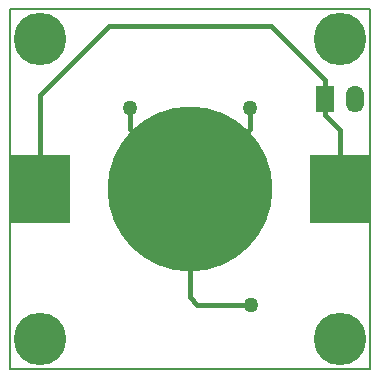
<source format=gtl>
G04 (created by PCBNEW (2013-mar-13)-testing) date Sunday 21 April 2013 10:40:16 PM IST*
%MOIN*%
G04 Gerber Fmt 3.4, Leading zero omitted, Abs format*
%FSLAX34Y34*%
G01*
G70*
G90*
G04 APERTURE LIST*
%ADD10C,0.003*%
%ADD11C,0.005*%
%ADD12C,0.175*%
%ADD13R,0.06X0.09*%
%ADD14O,0.06X0.09*%
%ADD15R,0.2X0.225*%
%ADD16C,0.55*%
%ADD17C,0.05*%
%ADD18C,0.015*%
G04 APERTURE END LIST*
G54D10*
G54D11*
X10000Y-22000D02*
X10000Y-10000D01*
X22000Y-22000D02*
X10000Y-22000D01*
X22000Y-10000D02*
X22000Y-22000D01*
X10000Y-10000D02*
X22000Y-10000D01*
G54D12*
X21000Y-11000D03*
X11000Y-11000D03*
X11000Y-21000D03*
X21000Y-21000D03*
G54D13*
X20500Y-13000D03*
G54D14*
X21500Y-13000D03*
G54D15*
X21000Y-16000D03*
X11000Y-16000D03*
G54D16*
X16000Y-16000D03*
G54D17*
X14000Y-13300D03*
X18000Y-13300D03*
X18050Y-19850D03*
G54D18*
X16325Y-19850D02*
X16250Y-19850D01*
X16250Y-19850D02*
X16000Y-19600D01*
X18050Y-19850D02*
X16325Y-19850D01*
X16000Y-19600D02*
X16000Y-16000D01*
X14000Y-13300D02*
X14000Y-14000D01*
X14000Y-14000D02*
X16000Y-16000D01*
X18000Y-13300D02*
X18000Y-14000D01*
X18000Y-14000D02*
X16000Y-16000D01*
X16000Y-15300D02*
X16000Y-16000D01*
X11000Y-16000D02*
X11000Y-12850D01*
X20500Y-12350D02*
X20500Y-13000D01*
X18700Y-10550D02*
X20500Y-12350D01*
X13300Y-10550D02*
X18700Y-10550D01*
X11000Y-12850D02*
X13300Y-10550D01*
X21000Y-16000D02*
X21000Y-14025D01*
X20500Y-13525D02*
X20500Y-13000D01*
X21000Y-14025D02*
X20500Y-13525D01*
M02*

</source>
